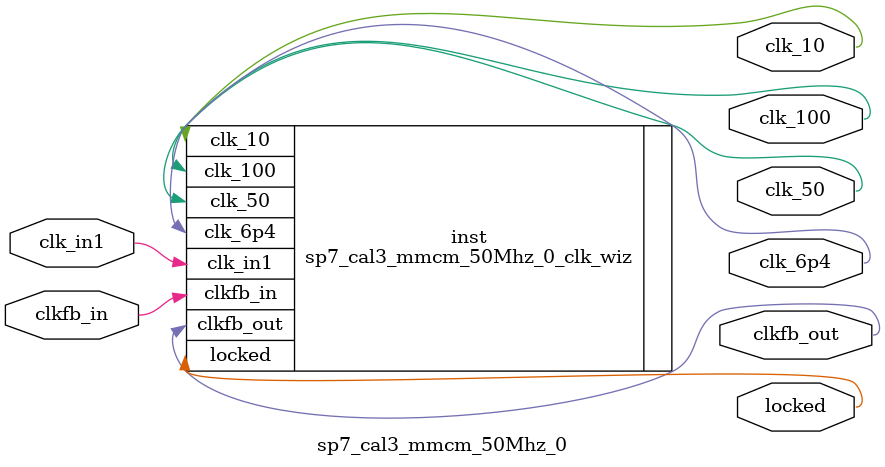
<source format=v>


`timescale 1ps/1ps

(* CORE_GENERATION_INFO = "sp7_cal3_mmcm_50Mhz_0,clk_wiz_v6_0_5_0_0,{component_name=sp7_cal3_mmcm_50Mhz_0,use_phase_alignment=true,use_min_o_jitter=false,use_max_i_jitter=false,use_dyn_phase_shift=false,use_inclk_switchover=false,use_dyn_reconfig=false,enable_axi=0,feedback_source=FDBK_ONCHIP,PRIMITIVE=MMCM,num_out_clk=4,clkin1_period=20.000,clkin2_period=10.0,use_power_down=false,use_reset=false,use_locked=true,use_inclk_stopped=false,feedback_type=SINGLE,CLOCK_MGR_TYPE=NA,manual_override=false}" *)

module sp7_cal3_mmcm_50Mhz_0 
 (
  input         clkfb_in,
  // Clock out ports
  output        clk_50,
  output        clk_10,
  output        clk_100,
  output        clk_6p4,
  output        clkfb_out,
  // Status and control signals
  output        locked,
 // Clock in ports
  input         clk_in1
 );

  sp7_cal3_mmcm_50Mhz_0_clk_wiz inst
  (
  .clkfb_in(clkfb_in),
  // Clock out ports  
  .clk_50(clk_50),
  .clk_10(clk_10),
  .clk_100(clk_100),
  .clk_6p4(clk_6p4),
  .clkfb_out(clkfb_out),
  // Status and control signals               
  .locked(locked),
 // Clock in ports
  .clk_in1(clk_in1)
  );

endmodule

</source>
